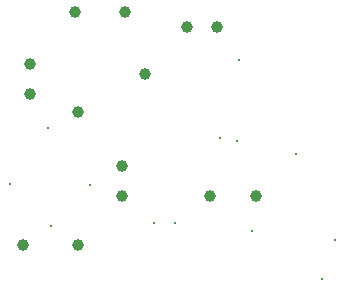
<source format=gbr>
%TF.GenerationSoftware,KiCad,Pcbnew,8.0.4*%
%TF.CreationDate,2024-09-13T17:59:19-07:00*%
%TF.ProjectId,powerTest,706f7765-7254-4657-9374-2e6b69636164,rev?*%
%TF.SameCoordinates,Original*%
%TF.FileFunction,Plated,1,2,PTH,Drill*%
%TF.FilePolarity,Positive*%
%FSLAX46Y46*%
G04 Gerber Fmt 4.6, Leading zero omitted, Abs format (unit mm)*
G04 Created by KiCad (PCBNEW 8.0.4) date 2024-09-13 17:59:19*
%MOMM*%
%LPD*%
G01*
G04 APERTURE LIST*
%TA.AperFunction,ViaDrill*%
%ADD10C,0.300000*%
%TD*%
%TA.AperFunction,ComponentDrill*%
%ADD11C,1.000000*%
%TD*%
G04 APERTURE END LIST*
D10*
X95500000Y-107000000D03*
X98700000Y-102300000D03*
X99000000Y-110600000D03*
X102300000Y-107100000D03*
X107700000Y-110300000D03*
X109500000Y-110300000D03*
X113300000Y-103150000D03*
X114750000Y-103400000D03*
X114850000Y-96500000D03*
X116000000Y-111000000D03*
X119700000Y-104450000D03*
X121900000Y-115100000D03*
X123000000Y-111750000D03*
D11*
%TO.C,J11*%
X96600000Y-112200000D03*
%TO.C,J3*%
X97200000Y-96900000D03*
X97200000Y-99440000D03*
%TO.C,J7*%
X101000000Y-92500000D03*
%TO.C,J9*%
X101250000Y-100900000D03*
%TO.C,J6*%
X101300000Y-112200000D03*
%TO.C,J2*%
X105000000Y-105500000D03*
X105000000Y-108040000D03*
%TO.C,J8*%
X105200000Y-92500000D03*
%TO.C,J5*%
X106900000Y-97750000D03*
%TO.C,J1*%
X110500000Y-93775000D03*
%TO.C,J4*%
X112400000Y-108050000D03*
%TO.C,J1*%
X113040000Y-93775000D03*
%TO.C,J10*%
X116300000Y-108050000D03*
M02*

</source>
